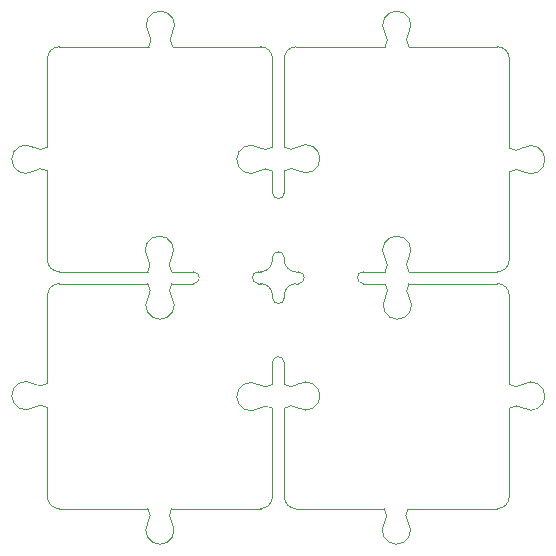
<source format=gbr>
%TF.GenerationSoftware,KiCad,Pcbnew,7.0.7*%
%TF.CreationDate,2023-09-11T19:57:54+10:00*%
%TF.ProjectId,jigsaw,6a696773-6177-42e6-9b69-6361645f7063,rev?*%
%TF.SameCoordinates,Original*%
%TF.FileFunction,Profile,NP*%
%FSLAX46Y46*%
G04 Gerber Fmt 4.6, Leading zero omitted, Abs format (unit mm)*
G04 Created by KiCad (PCBNEW 7.0.7) date 2023-09-11 19:57:54*
%MOMM*%
%LPD*%
G01*
G04 APERTURE LIST*
%TA.AperFunction,Profile*%
%ADD10C,0.100000*%
%TD*%
G04 APERTURE END LIST*
D10*
X49515740Y-45312762D02*
X49323989Y-45311751D01*
X38788627Y-64361771D02*
G75*
G03*
X38814988Y-65554648I762169J-579887D01*
G01*
X28273989Y-53759365D02*
X28273989Y-46311751D01*
X36782991Y-65554648D02*
G75*
G03*
X38814987Y-65554648I1015998J-635013D01*
G01*
X47323983Y-55871371D02*
G75*
G03*
X46131092Y-55897750I-579887J-761987D01*
G01*
X46323989Y-64361751D02*
X38788601Y-64361751D01*
X38793599Y-45311750D02*
G75*
G03*
X38819988Y-46504648I762257J-579878D01*
G01*
X46131094Y-53865748D02*
G75*
G03*
X46131092Y-55897750I-635008J-1016000D01*
G01*
X48322978Y-46503502D02*
X48323989Y-46311751D01*
X27081107Y-53785733D02*
G75*
G03*
X28273989Y-53759365I579889J761975D01*
G01*
X46132238Y-45310740D02*
X46323989Y-45311751D01*
X47323989Y-55871363D02*
X47323989Y-63361751D01*
X47322978Y-52003502D02*
X47323989Y-53839365D01*
X36782981Y-65554641D02*
G75*
G03*
X36756603Y-64361751I-762185J579883D01*
G01*
X28274003Y-63361751D02*
G75*
G03*
X29273989Y-64361751I999993J-7D01*
G01*
X27081085Y-53785763D02*
G75*
G03*
X27081092Y-55817749I-634989J-1015995D01*
G01*
X36756603Y-64361751D02*
X29273989Y-64361751D01*
X29273989Y-45311751D02*
G75*
G03*
X28273989Y-46311751I-193J-999807D01*
G01*
X46131107Y-53865733D02*
G75*
G03*
X47323989Y-53839365I579889J761975D01*
G01*
X38793601Y-45311751D02*
X40632238Y-45310740D01*
X29273989Y-45311751D02*
X36761603Y-45311751D01*
X28273983Y-55791371D02*
G75*
G03*
X27081092Y-55817750I-579887J-761987D01*
G01*
X47324003Y-46311751D02*
G75*
G03*
X46323989Y-45311751I-999907J93D01*
G01*
X28273989Y-63361751D02*
X28273989Y-55791363D01*
X36787981Y-46504641D02*
G75*
G03*
X36761603Y-45311751I-762185J579883D01*
G01*
X66373989Y-64361751D02*
X58803601Y-64361751D01*
X56877990Y-46504648D02*
G75*
G03*
X58909988Y-46504648I1015999J-635010D01*
G01*
X48323903Y-63361751D02*
G75*
G03*
X49323989Y-64361751I999993J-7D01*
G01*
X67373993Y-46311751D02*
G75*
G03*
X66373989Y-45311751I-1000057J-57D01*
G01*
X49516880Y-55847759D02*
G75*
G03*
X49516887Y-53815753I635016J1016001D01*
G01*
X68566886Y-55852750D02*
G75*
G03*
X67373989Y-55879137I-579880J-762225D01*
G01*
X49516878Y-55847760D02*
G75*
G03*
X48323990Y-55874138I-579882J-762198D01*
G01*
X48324009Y-53842113D02*
G75*
G03*
X49516886Y-53815752I579887J762155D01*
G01*
X49323989Y-45311751D02*
G75*
G03*
X48323989Y-46311751I-93J-999907D01*
G01*
X55015740Y-45312762D02*
X56851603Y-45311751D01*
X58803603Y-64361753D02*
G75*
G03*
X58829988Y-65554648I761983J-579885D01*
G01*
X58883601Y-45311751D02*
X66373989Y-45311751D01*
X48323989Y-53842139D02*
X48322978Y-52003502D01*
X56877985Y-46504644D02*
G75*
G03*
X56851603Y-45311751I-761989J579886D01*
G01*
X56797990Y-65554648D02*
G75*
G03*
X58829988Y-65554648I1015999J-635010D01*
G01*
X66373989Y-64361751D02*
G75*
G03*
X67373989Y-63361751I2J999998D01*
G01*
X56797985Y-65554644D02*
G75*
G03*
X56771603Y-64361751I-761989J579886D01*
G01*
X67373989Y-46311751D02*
X67373989Y-53847139D01*
X58883603Y-45311753D02*
G75*
G03*
X58909988Y-46504648I761983J-579885D01*
G01*
X68566886Y-55852749D02*
G75*
G03*
X68566886Y-53820753I635013J1015998D01*
G01*
X56771603Y-64361751D02*
X49323989Y-64361751D01*
X67373989Y-53847139D02*
G75*
G03*
X68566886Y-53820752I579881J762157D01*
G01*
X48323989Y-63361751D02*
X48323989Y-55874137D01*
X67373989Y-55879137D02*
X67373989Y-63361751D01*
X46323989Y-64361751D02*
G75*
G03*
X47323989Y-63361751I-53J1000053D01*
G01*
X36787990Y-46504648D02*
G75*
G03*
X38819988Y-46504648I1015999J-635014D01*
G01*
X47322978Y-46503502D02*
X47323989Y-46311751D01*
X46132238Y-44310740D02*
X46323989Y-44311751D01*
X49515740Y-44312762D02*
X49323989Y-44311751D01*
X48325000Y-43120000D02*
X48323989Y-43311751D01*
X47325000Y-43120000D02*
X47323989Y-43311751D01*
X67373989Y-26261751D02*
X67373989Y-33832139D01*
X49516886Y-35757750D02*
G75*
G03*
X49516886Y-33725752I635010J1015999D01*
G01*
X66373989Y-44311837D02*
G75*
G03*
X67373989Y-43311751I7J999993D01*
G01*
X49323989Y-25261747D02*
G75*
G03*
X48323989Y-26261751I57J-1000057D01*
G01*
X58859997Y-43118860D02*
G75*
G03*
X56827991Y-43118853I-1016001J635016D01*
G01*
X58864988Y-24068854D02*
G75*
G03*
X58891375Y-25261751I762225J-579880D01*
G01*
X58859998Y-43118862D02*
G75*
G03*
X58886376Y-44311750I762198J-579882D01*
G01*
X56854351Y-44311731D02*
G75*
G03*
X56827990Y-43118854I-762155J579887D01*
G01*
X48323989Y-43311751D02*
G75*
G03*
X49323989Y-44311751I999907J-93D01*
G01*
X48325000Y-37620000D02*
X48323989Y-35784137D01*
X67373991Y-33832137D02*
G75*
G03*
X68566886Y-33805752I579885J761983D01*
G01*
X48323989Y-33752139D02*
X48323989Y-26261751D01*
X56854377Y-44311751D02*
X55015740Y-44312762D01*
X49516882Y-35757755D02*
G75*
G03*
X48323989Y-35784137I-579886J-761989D01*
G01*
X68566886Y-35837750D02*
G75*
G03*
X68566886Y-33805752I635010J1015999D01*
G01*
X67373989Y-26261751D02*
G75*
G03*
X66373989Y-25261751I-999998J2D01*
G01*
X68566882Y-35837755D02*
G75*
G03*
X67373989Y-35864137I-579886J-761989D01*
G01*
X49323989Y-25261751D02*
X56859377Y-25261751D01*
X48323991Y-33752137D02*
G75*
G03*
X49516886Y-33725752I579885J761983D01*
G01*
X58864987Y-24068854D02*
G75*
G03*
X56832991Y-24068854I-1015998J635013D01*
G01*
X67373989Y-35864137D02*
X67373989Y-43311751D01*
X56859377Y-25261751D02*
G75*
G03*
X56832990Y-24068854I-762157J579881D01*
G01*
X66373989Y-44311751D02*
X58886375Y-44311751D01*
X58891375Y-25261751D02*
X66373989Y-25261751D01*
X28273989Y-33744365D02*
X28273989Y-26261751D01*
X47323989Y-26261751D02*
X47323989Y-33749365D01*
X28273983Y-35776371D02*
G75*
G03*
X27081093Y-35802751I-579883J-762129D01*
G01*
X38876375Y-25261751D02*
X46323989Y-25261751D01*
X27081092Y-33770751D02*
G75*
G03*
X27081091Y-35802749I-635012J-1015999D01*
G01*
X36764409Y-44311775D02*
G75*
G03*
X36737990Y-43118854I-762109J579875D01*
G01*
X28273989Y-43311751D02*
X28273989Y-35776363D01*
X38849952Y-24068827D02*
G75*
G03*
X38876375Y-25261751I762148J-579873D01*
G01*
X38849988Y-24068854D02*
G75*
G03*
X36817990Y-24068854I-1015999J635010D01*
G01*
X38769952Y-43118827D02*
G75*
G03*
X38796375Y-44311751I762148J-579873D01*
G01*
X47323989Y-35781363D02*
X47325000Y-37620000D01*
X36764377Y-44311751D02*
X29273989Y-44311751D01*
X36844409Y-25261775D02*
G75*
G03*
X36817990Y-24068854I-762109J579875D01*
G01*
X40632238Y-44310740D02*
X38796375Y-44311751D01*
X46323989Y-44311789D02*
G75*
G03*
X47323989Y-43311751I11J999989D01*
G01*
X47323983Y-35781371D02*
G75*
G03*
X46131093Y-35807751I-579883J-762129D01*
G01*
X46131112Y-33775725D02*
G75*
G03*
X47323989Y-33749365I579888J762125D01*
G01*
X27081112Y-33770725D02*
G75*
G03*
X28273989Y-33744365I579888J762125D01*
G01*
X46131092Y-33775751D02*
G75*
G03*
X46131091Y-35807749I-635012J-1015999D01*
G01*
X28274049Y-43311751D02*
G75*
G03*
X29273989Y-44311751I999951J-49D01*
G01*
X47324049Y-26261751D02*
G75*
G03*
X46323989Y-25261751I-1000049J-49D01*
G01*
X29273989Y-25261749D02*
G75*
G03*
X28273989Y-26261751I1J-1000001D01*
G01*
X38769988Y-43118854D02*
G75*
G03*
X36737990Y-43118854I-1015999J635010D01*
G01*
X29273989Y-25261751D02*
X36844377Y-25261751D01*
%TO.C,REF\u002A\u002A*%
X47322978Y-46503502D02*
G75*
G03*
X48322978Y-46503502I500000J0D01*
G01*
X48322978Y-52003502D02*
G75*
G03*
X47322978Y-52003502I-500000J0D01*
G01*
X46132238Y-44310740D02*
G75*
G03*
X46132238Y-45310740I0J-500000D01*
G01*
X40632238Y-45310740D02*
G75*
G03*
X40632238Y-44310740I0J500000D01*
G01*
X49515740Y-45312762D02*
G75*
G03*
X49515740Y-44312762I0J500000D01*
G01*
X55015740Y-44312762D02*
G75*
G03*
X55015740Y-45312762I0J-500000D01*
G01*
X48325000Y-43120000D02*
G75*
G03*
X47325000Y-43120000I-500000J0D01*
G01*
X47325000Y-37620000D02*
G75*
G03*
X48325000Y-37620000I500000J0D01*
G01*
%TD*%
M02*

</source>
